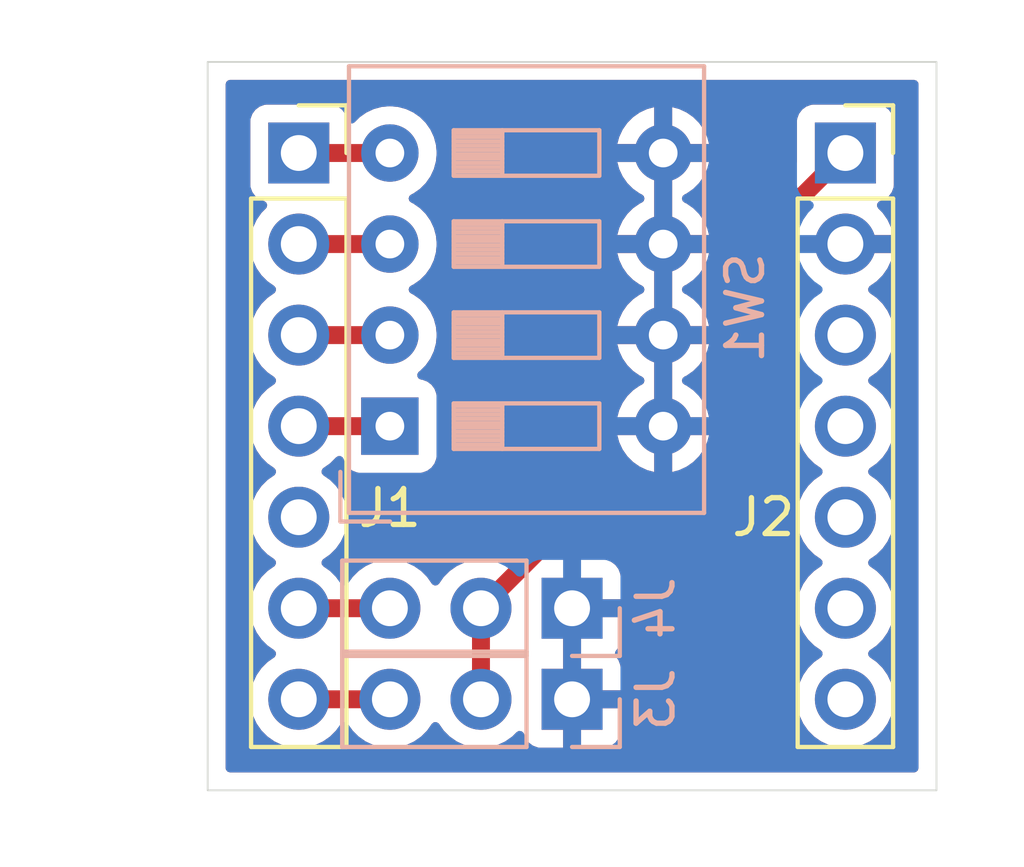
<source format=kicad_pcb>
(kicad_pcb (version 20240108) (generator "pcbnew") (generator_version "8.0")
  (layers (0 "F.Cu" signal) (31 "B.Cu" signal) (34 "B.Paste" user) (35 "F.Paste" user) (36 "B.SilkS" user "B.Silkscreen") (37 "F.SilkS" user "F.Silkscreen") (38 "B.Mask" user) (39 "F.Mask" user) (44 "Edge.Cuts" user))
  (net 0 "")
  (net 1 "Net-(J1-Pin_4)")
  (net 2 "Net-(J1-Pin_6)")
  (net 3 "Net-(J1-Pin_3)")
  (net 4 "Net-(J1-Pin_7)")
  (net 5 "Net-(J1-Pin_2)")
  (net 7 "Net-(J1-Pin_1)")
  (net 8 "+5V")
  (net 13 "GND")
  (footprint "Connector_PinSocket_2.54mm:PinSocket_1x07_P2.54mm_Vertical" (layer "F.Cu") (at 134.62 76.2)
    (property "Reference" "J2" (at -2.286 10.16 0) (layer "F.SilkS"))
    (property "Value" "Conn_01x07_Socket")
    (fp_line (start -1.33 1.27) (end -1.33 16.57) (stroke (width 0.12)) (layer "F.SilkS"))
    (fp_line (start -1.33 1.27) (end 1.33 1.27) (stroke (width 0.12)) (layer "F.SilkS"))
    (fp_line (start -1.33 16.57) (end 1.33 16.57) (stroke (width 0.12)) (layer "F.SilkS"))
    (fp_line (start 0 -1.33) (end 1.33 -1.33) (stroke (width 0.12)) (layer "F.SilkS"))
    (fp_line (start 1.33 -1.33) (end 1.33 0) (stroke (width 0.12)) (layer "F.SilkS"))
    (fp_line (start 1.33 1.27) (end 1.33 16.57) (stroke (width 0.12)) (layer "F.SilkS"))
    (pad "1" thru_hole rect (at 0 0) (size 1.7 1.7) (drill 1) (layers "*.Cu" "*.Mask") (net 8 "+5V"))
    (pad "2" thru_hole oval (at 0 2.54) (size 1.7 1.7) (drill 1) (layers "*.Cu" "*.Mask") (net 13 "GND"))
    (pad "3" thru_hole oval (at 0 5.08) (size 1.7 1.7) (drill 1) (layers "*.Cu" "*.Mask"))
    (pad "4" thru_hole oval (at 0 7.62) (size 1.7 1.7) (drill 1) (layers "*.Cu" "*.Mask"))
    (pad "5" thru_hole oval (at 0 10.16) (size 1.7 1.7) (drill 1) (layers "*.Cu" "*.Mask"))
    (pad "6" thru_hole oval (at 0 12.7) (size 1.7 1.7) (drill 1) (layers "*.Cu" "*.Mask"))
    (pad "7" thru_hole oval (at 0 15.24) (size 1.7 1.7) (drill 1) (layers "*.Cu" "*.Mask"))
  )
  (footprint "Connector_PinSocket_2.54mm:PinSocket_1x07_P2.54mm_Vertical" (layer "F.Cu") (at 119.38 76.2)
    (property "Reference" "J1" (at 2.54 9.906 0) (layer "F.SilkS"))
    (property "Value" "Conn_01x07_Socket")
    (fp_line (start -1.33 1.27) (end -1.33 16.57) (stroke (width 0.12)) (layer "F.SilkS"))
    (fp_line (start -1.33 1.27) (end 1.33 1.27) (stroke (width 0.12)) (layer "F.SilkS"))
    (fp_line (start -1.33 16.57) (end 1.33 16.57) (stroke (width 0.12)) (layer "F.SilkS"))
    (fp_line (start 0 -1.33) (end 1.33 -1.33) (stroke (width 0.12)) (layer "F.SilkS"))
    (fp_line (start 1.33 -1.33) (end 1.33 0) (stroke (width 0.12)) (layer "F.SilkS"))
    (fp_line (start 1.33 1.27) (end 1.33 16.57) (stroke (width 0.12)) (layer "F.SilkS"))
    (pad "1" thru_hole rect (at 0 0) (size 1.7 1.7) (drill 1) (layers "*.Cu" "*.Mask") (net 7 "Net-(J1-Pin_1)"))
    (pad "2" thru_hole oval (at 0 2.54) (size 1.7 1.7) (drill 1) (layers "*.Cu" "*.Mask") (net 5 "Net-(J1-Pin_2)"))
    (pad "3" thru_hole oval (at 0 5.08) (size 1.7 1.7) (drill 1) (layers "*.Cu" "*.Mask") (net 3 "Net-(J1-Pin_3)"))
    (pad "4" thru_hole oval (at 0 7.62) (size 1.7 1.7) (drill 1) (layers "*.Cu" "*.Mask") (net 1 "Net-(J1-Pin_4)"))
    (pad "5" thru_hole oval (at 0 10.16) (size 1.7 1.7) (drill 1) (layers "*.Cu" "*.Mask"))
    (pad "6" thru_hole oval (at 0 12.7) (size 1.7 1.7) (drill 1) (layers "*.Cu" "*.Mask") (net 2 "Net-(J1-Pin_6)"))
    (pad "7" thru_hole oval (at 0 15.24) (size 1.7 1.7) (drill 1) (layers "*.Cu" "*.Mask") (net 4 "Net-(J1-Pin_7)"))
  )
  (footprint "Connector_PinHeader_2.54mm:PinHeader_1x03_P2.54mm_Vertical" (layer "B.Cu") (at 127 88.9 90)
    (property "Reference" "J4" (at 0 2.33 90) (layer "B.SilkS") (effects (justify mirror)))
    (property "Value" "Conn_01x03")
    (fp_line (start 1.33 -6.41) (end -1.33 -6.41) (stroke (width 0.12)) (layer "B.SilkS"))
    (fp_line (start 1.33 -6.41) (end 1.33 -1.27) (stroke (width 0.12)) (layer "B.SilkS"))
    (fp_line (start -1.33 -6.41) (end -1.33 -1.27) (stroke (width 0.12)) (layer "B.SilkS"))
    (fp_line (start 1.33 -1.27) (end -1.33 -1.27) (stroke (width 0.12)) (layer "B.SilkS"))
    (fp_line (start 0 1.33) (end -1.33 1.33) (stroke (width 0.12)) (layer "B.SilkS"))
    (fp_line (start -1.33 1.33) (end -1.33 0) (stroke (width 0.12)) (layer "B.SilkS"))
    (pad "1" thru_hole rect (at 0 0 90) (size 1.7 1.7) (drill 1) (layers "*.Cu" "*.Mask") (net 13 "GND"))
    (pad "2" thru_hole oval (at 0 -2.54 90) (size 1.7 1.7) (drill 1) (layers "*.Cu" "*.Mask") (net 8 "+5V"))
    (pad "3" thru_hole oval (at 0 -5.08 90) (size 1.7 1.7) (drill 1) (layers "*.Cu" "*.Mask") (net 2 "Net-(J1-Pin_6)"))
  )
  (footprint "Button_Switch_THT:SW_DIP_SPSTx04_Slide_9.78x12.34mm_W7.62mm_P2.54mm" (layer "B.Cu") (at 121.92 83.82)
    (property "Reference" "SW1" (at 9.906 -3.302 90) (layer "B.SilkS") (effects (justify mirror)))
    (property "Value" "SW_DIP_x04")
    (fp_line (start -1.38 1.277) (end -1.38 2.66) (stroke (width 0.12)) (layer "B.SilkS"))
    (fp_line (start -1.14 -10.04) (end -1.14 2.42) (stroke (width 0.12)) (layer "B.SilkS"))
    (fp_line (start 0.004 2.66) (end -1.38 2.66) (stroke (width 0.12)) (layer "B.SilkS"))
    (fp_line (start 1.78 -8.255) (end 1.78 -6.985) (stroke (width 0.12)) (layer "B.SilkS"))
    (fp_line (start 1.78 -6.985) (end 5.84 -6.985) (stroke (width 0.12)) (layer "B.SilkS"))
    (fp_line (start 1.78 -5.715) (end 1.78 -4.445) (stroke (width 0.12)) (layer "B.SilkS"))
    (fp_line (start 1.78 -4.445) (end 5.84 -4.445) (stroke (width 0.12)) (layer "B.SilkS"))
    (fp_line (start 1.78 -3.175) (end 1.78 -1.905) (stroke (width 0.12)) (layer "B.SilkS"))
    (fp_line (start 1.78 -1.905) (end 5.84 -1.905) (stroke (width 0.12)) (layer "B.SilkS"))
    (fp_line (start 1.78 -0.635) (end 1.78 0.635) (stroke (width 0.12)) (layer "B.SilkS"))
    (fp_line (start 1.78 0.635) (end 5.84 0.635) (stroke (width 0.12)) (layer "B.SilkS"))
    (fp_line (start 3.133333 -8.255) (end 3.133333 -6.985) (stroke (width 0.12)) (layer "B.SilkS"))
    (fp_line (start 3.133333 -8.185) (end 1.78 -8.185) (stroke (width 0.12)) (layer "B.SilkS"))
    (fp_line (start 3.133333 -8.065) (end 1.78 -8.065) (stroke (width 0.12)) (layer "B.SilkS"))
    (fp_line (start 3.133333 -7.945) (end 1.78 -7.945) (stroke (width 0.12)) (layer "B.SilkS"))
    (fp_line (start 3.133333 -7.825) (end 1.78 -7.825) (stroke (width 0.12)) (layer "B.SilkS"))
    (fp_line (start 3.133333 -7.705) (end 1.78 -7.705) (stroke (width 0.12)) (layer "B.SilkS"))
    (fp_line (start 3.133333 -7.585) (end 1.78 -7.585) (stroke (width 0.12)) (layer "B.SilkS"))
    (fp_line (start 3.133333 -7.465) (end 1.78 -7.465) (stroke (width 0.12)) (layer "B.SilkS"))
    (fp_line (start 3.133333 -7.345) (end 1.78 -7.345) (stroke (width 0.12)) (layer "B.SilkS"))
    (fp_line (start 3.133333 -7.225) (end 1.78 -7.225) (stroke (width 0.12)) (layer "B.SilkS"))
    (fp_line (start 3.133333 -7.105) (end 1.78 -7.105) (stroke (width 0.12)) (layer "B.SilkS"))
    (fp_line (start 3.133333 -5.715) (end 3.133333 -4.445) (stroke (width 0.12)) (layer "B.SilkS"))
    (fp_line (start 3.133333 -5.645) (end 1.78 -5.645) (stroke (width 0.12)) (layer "B.SilkS"))
    (fp_line (start 3.133333 -5.525) (end 1.78 -5.525) (stroke (width 0.12)) (layer "B.SilkS"))
    (fp_line (start 3.133333 -5.405) (end 1.78 -5.405) (stroke (width 0.12)) (layer "B.SilkS"))
    (fp_line (start 3.133333 -5.285) (end 1.78 -5.285) (stroke (width 0.12)) (layer "B.SilkS"))
    (fp_line (start 3.133333 -5.165) (end 1.78 -5.165) (stroke (width 0.12)) (layer "B.SilkS"))
    (fp_line (start 3.133333 -5.045) (end 1.78 -5.045) (stroke (width 0.12)) (layer "B.SilkS"))
    (fp_line (start 3.133333 -4.925) (end 1.78 -4.925) (stroke (width 0.12)) (layer "B.SilkS"))
    (fp_line (start 3.133333 -4.805) (end 1.78 -4.805) (stroke (width 0.12)) (layer "B.SilkS"))
    (fp_line (start 3.133333 -4.685) (end 1.78 -4.685) (stroke (width 0.12)) (layer "B.SilkS"))
    (fp_line (start 3.133333 -4.565) (end 1.78 -4.565) (stroke (width 0.12)) (layer "B.SilkS"))
    (fp_line (start 3.133333 -3.175) (end 3.133333 -1.905) (stroke (width 0.12)) (layer "B.SilkS"))
    (fp_line (start 3.133333 -3.105) (end 1.78 -3.105) (stroke (width 0.12)) (layer "B.SilkS"))
    (fp_line (start 3.133333 -2.985) (end 1.78 -2.985) (stroke (width 0.12)) (layer "B.SilkS"))
    (fp_line (start 3.133333 -2.865) (end 1.78 -2.865) (stroke (width 0.12)) (layer "B.SilkS"))
    (fp_line (start 3.133333 -2.745) (end 1.78 -2.745) (stroke (width 0.12)) (layer "B.SilkS"))
    (fp_line (start 3.133333 -2.625) (end 1.78 -2.625) (stroke (width 0.12)) (layer "B.SilkS"))
    (fp_line (start 3.133333 -2.505) (end 1.78 -2.505) (stroke (width 0.12)) (layer "B.SilkS"))
    (fp_line (start 3.133333 -2.385) (end 1.78 -2.385) (stroke (width 0.12)) (layer "B.SilkS"))
    (fp_line (start 3.133333 -2.265) (end 1.78 -2.265) (stroke (width 0.12)) (layer "B.SilkS"))
    (fp_line (start 3.133333 -2.145) (end 1.78 -2.145) (stroke (width 0.12)) (layer "B.SilkS"))
    (fp_line (start 3.133333 -2.025) (end 1.78 -2.025) (stroke (width 0.12)) (layer "B.SilkS"))
    (fp_line (start 3.133333 -0.635) (end 3.133333 0.635) (stroke (width 0.12)) (layer "B.SilkS"))
    (fp_line (start 3.133333 -0.565) (end 1.78 -0.565) (stroke (width 0.12)) (layer "B.SilkS"))
    (fp_line (start 3.133333 -0.445) (end 1.78 -0.445) (stroke (width 0.12)) (layer "B.SilkS"))
    (fp_line (start 3.133333 -0.325) (end 1.78 -0.325) (stroke (width 0.12)) (layer "B.SilkS"))
    (fp_line (start 3.133333 -0.205) (end 1.78 -0.205) (stroke (width 0.12)) (layer "B.SilkS"))
    (fp_line (start 3.133333 -0.085) (end 1.78 -0.085) (stroke (width 0.12)) (layer "B.SilkS"))
    (fp_line (start 3.133333 0.035) (end 1.78 0.035) (stroke (width 0.12)) (layer "B.SilkS"))
    (fp_line (start 3.133333 0.155) (end 1.78 0.155) (stroke (width 0.12)) (layer "B.SilkS"))
    (fp_line (start 3.133333 0.275) (end 1.78 0.275) (stroke (width 0.12)) (layer "B.SilkS"))
    (fp_line (start 3.133333 0.395) (end 1.78 0.395) (stroke (width 0.12)) (layer "B.SilkS"))
    (fp_line (start 3.133333 0.515) (end 1.78 0.515) (stroke (width 0.12)) (layer "B.SilkS"))
    (fp_line (start 5.84 -8.255) (end 1.78 -8.255) (stroke (width 0.12)) (layer "B.SilkS"))
    (fp_line (start 5.84 -6.985) (end 5.84 -8.255) (stroke (width 0.12)) (layer "B.SilkS"))
    (fp_line (start 5.84 -5.715) (end 1.78 -5.715) (stroke (width 0.12)) (layer "B.SilkS"))
    (fp_line (start 5.84 -4.445) (end 5.84 -5.715) (stroke (width 0.12)) (layer "B.SilkS"))
    (fp_line (start 5.84 -3.175) (end 1.78 -3.175) (stroke (width 0.12)) (layer "B.SilkS"))
    (fp_line (start 5.84 -1.905) (end 5.84 -3.175) (stroke (width 0.12)) (layer "B.SilkS"))
    (fp_line (start 5.84 -0.635) (end 1.78 -0.635) (stroke (width 0.12)) (layer "B.SilkS"))
    (fp_line (start 5.84 0.635) (end 5.84 -0.635) (stroke (width 0.12)) (layer "B.SilkS"))
    (fp_line (start 8.76 -10.04) (end -1.14 -10.04) (stroke (width 0.12)) (layer "B.SilkS"))
    (fp_line (start 8.76 -10.04) (end 8.76 2.42) (stroke (width 0.12)) (layer "B.SilkS"))
    (fp_line (start 8.76 2.42) (end -1.14 2.42) (stroke (width 0.12)) (layer "B.SilkS"))
    (pad "1" thru_hole rect (at 0 0) (size 1.6 1.6) (drill 0.8) (layers "*.Cu" "*.Mask") (net 1 "Net-(J1-Pin_4)"))
    (pad "2" thru_hole oval (at 0 -2.54) (size 1.6 1.6) (drill 0.8) (layers "*.Cu" "*.Mask") (net 3 "Net-(J1-Pin_3)"))
    (pad "3" thru_hole oval (at 0 -5.08) (size 1.6 1.6) (drill 0.8) (layers "*.Cu" "*.Mask") (net 5 "Net-(J1-Pin_2)"))
    (pad "4" thru_hole oval (at 0 -7.62) (size 1.6 1.6) (drill 0.8) (layers "*.Cu" "*.Mask") (net 7 "Net-(J1-Pin_1)"))
    (pad "5" thru_hole oval (at 7.62 -7.62) (size 1.6 1.6) (drill 0.8) (layers "*.Cu" "*.Mask") (net 13 "GND"))
    (pad "6" thru_hole oval (at 7.62 -5.08) (size 1.6 1.6) (drill 0.8) (layers "*.Cu" "*.Mask") (net 13 "GND"))
    (pad "7" thru_hole oval (at 7.62 -2.54) (size 1.6 1.6) (drill 0.8) (layers "*.Cu" "*.Mask") (net 13 "GND"))
    (pad "8" thru_hole oval (at 7.62 0) (size 1.6 1.6) (drill 0.8) (layers "*.Cu" "*.Mask") (net 13 "GND"))
  )
  (footprint "Connector_PinHeader_2.54mm:PinHeader_1x03_P2.54mm_Vertical" (layer "B.Cu") (at 127 91.44 90)
    (property "Reference" "J3" (at 0 2.33 90) (layer "B.SilkS") (effects (justify mirror)))
    (property "Value" "Conn_01x03")
    (fp_line (start 1.33 -6.41) (end -1.33 -6.41) (stroke (width 0.12)) (layer "B.SilkS"))
    (fp_line (start 1.33 -6.41) (end 1.33 -1.27) (stroke (width 0.12)) (layer "B.SilkS"))
    (fp_line (start -1.33 -6.41) (end -1.33 -1.27) (stroke (width 0.12)) (layer "B.SilkS"))
    (fp_line (start 1.33 -1.27) (end -1.33 -1.27) (stroke (width 0.12)) (layer "B.SilkS"))
    (fp_line (start 0 1.33) (end -1.33 1.33) (stroke (width 0.12)) (layer "B.SilkS"))
    (fp_line (start -1.33 1.33) (end -1.33 0) (stroke (width 0.12)) (layer "B.SilkS"))
    (pad "1" thru_hole rect (at 0 0 90) (size 1.7 1.7) (drill 1) (layers "*.Cu" "*.Mask") (net 13 "GND"))
    (pad "2" thru_hole oval (at 0 -2.54 90) (size 1.7 1.7) (drill 1) (layers "*.Cu" "*.Mask") (net 8 "+5V"))
    (pad "3" thru_hole oval (at 0 -5.08 90) (size 1.7 1.7) (drill 1) (layers "*.Cu" "*.Mask") (net 4 "Net-(J1-Pin_7)"))
  )
  (gr_rect (start 116.84 73.66) (end 137.16 93.98) (stroke (width 0.05)) (fill none) (layer "Edge.Cuts"))
  (segment (start 119.38 83.82) (end 121.92 83.82) (width 0.5) (layer "F.Cu") (net 1))
  (segment (start 119.38 88.9) (end 121.92 88.9) (width 0.5) (layer "F.Cu") (net 2))
  (segment (start 119.38 81.28) (end 121.92 81.28) (width 0.5) (layer "F.Cu") (net 3))
  (segment (start 119.38 91.44) (end 121.92 91.44) (width 0.5) (layer "F.Cu") (net 4))
  (segment (start 119.38 78.74) (end 121.92 78.74) (width 0.5) (layer "F.Cu") (net 5))
  (segment (start 119.38 76.2) (end 121.92 76.2) (width 0.5) (layer "F.Cu") (net 7))
  (segment (start 132.334 84.328) (end 132.334 78.486) (width 0.5) (layer "F.Cu") (net 8))
  (segment (start 126.746 86.614) (end 130.048 86.614) (width 0.5) (layer "F.Cu") (net 8))
  (segment (start 124.46 91.44) (end 124.46 88.9) (width 0.5) (layer "F.Cu") (net 8))
  (segment (start 124.46 88.9) (end 126.746 86.614) (width 0.5) (layer "F.Cu") (net 8))
  (segment (start 130.048 86.614) (end 132.334 84.328) (width 0.5) (layer "F.Cu") (net 8))
  (segment (start 132.334 78.486) (end 134.62 76.2) (width 0.5) (layer "F.Cu") (net 8))
  (zone (net 13) (net_name "GND") (layers "F&B.Cu") (connect_pads (clearance 0.5)) (min_thickness 0.25) (fill yes (thermal_gap 0.5) (thermal_bridge_width 0.5))
    (polygon (pts (xy 137.16 93.98) (xy 116.84 93.98) (xy 116.84 73.66) (xy 137.16 73.66)))
  )
)
</source>
